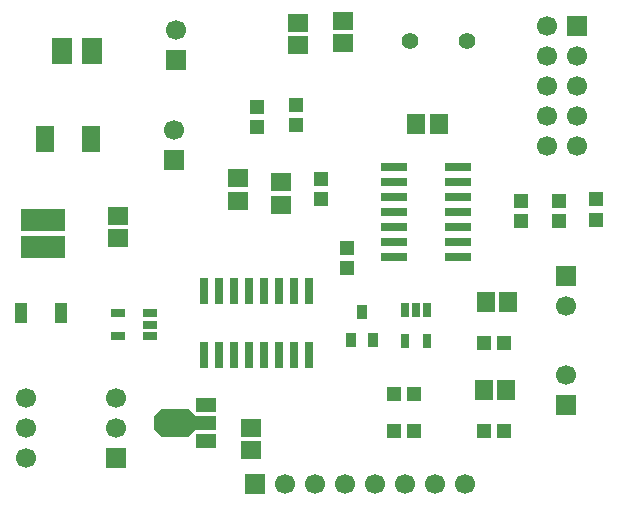
<source format=gbr>
G04 DipTrace 3.2.0.1*
G04 TopMask.gbr*
%MOIN*%
G04 #@! TF.FileFunction,Soldermask,Top*
G04 #@! TF.Part,Single*
%AMOUTLINE1*
4,1,4,
0.074803,0.037402,
0.074803,-0.037402,
-0.074803,-0.037402,
-0.074803,0.037402,
0.074803,0.037402,
0*%
%AMOUTLINE4*
4,1,4,
0.074803,-0.037402,
0.074803,0.037402,
-0.074803,0.037402,
-0.074803,-0.037402,
0.074803,-0.037402,
0*%
%AMOUTLINE7*
4,1,10,
0.104331,0.023622,
0.035095,0.023622,
0.011473,0.047244,
-0.078402,0.047244,
-0.104331,0.021316,
-0.104331,-0.021316,
-0.078402,-0.047244,
0.011473,-0.047244,
0.035095,-0.023622,
0.104331,-0.023622,
0.104331,0.023622,
0*%
%ADD45C,0.055874*%
%ADD47R,0.031496X0.086614*%
%ADD49R,0.031496X0.051181*%
%ADD51R,0.051181X0.031496*%
%ADD53R,0.033465X0.049213*%
%ADD55R,0.066929X0.047244*%
%ADD56R,0.086614X0.031496*%
%ADD58R,0.047244X0.051181*%
%ADD60R,0.051181X0.047244*%
%ADD62C,0.066929*%
%ADD64R,0.066929X0.066929*%
%ADD66R,0.062992X0.090551*%
%ADD68R,0.03937X0.070866*%
%ADD70R,0.069869X0.089869*%
%ADD72R,0.059055X0.066929*%
%ADD74R,0.066929X0.059055*%
%ADD79OUTLINE1*%
%ADD82OUTLINE4*%
%ADD85OUTLINE7*%
%FSLAX26Y26*%
G04*
G70*
G90*
G75*
G01*
G04 TopMask*
%LPD*%
D74*
X831155Y1348475D3*
Y1423278D3*
D72*
X1824801Y1729685D3*
X1899604D3*
D74*
X1374848Y1535955D3*
Y1461152D3*
X1274858Y717291D3*
Y642488D3*
X1231113Y1473462D3*
Y1548265D3*
D72*
X2124769Y842278D3*
X2049966D3*
D70*
X643675Y1973409D3*
X743675D3*
D72*
X2056026Y1135997D3*
X2130829D3*
D68*
X506189Y1098501D3*
X640047D3*
D66*
X587430Y1679690D3*
X740969D3*
D64*
X1018635Y1610948D3*
D62*
Y1710948D3*
D64*
X1287357Y529811D3*
D62*
X1387357D3*
X1487357D3*
X1587357D3*
X1687357D3*
X1787357D3*
X1887357D3*
X1987357D3*
D64*
X2362244Y2054651D3*
D62*
X2262244D3*
X2362244Y1954651D3*
X2262244D3*
X2362244Y1854651D3*
X2262244D3*
X2362244Y1754651D3*
X2262244D3*
X2362244Y1654651D3*
X2262244D3*
D64*
X2324748Y792283D3*
D62*
Y892283D3*
D64*
Y1223488D3*
D62*
Y1123488D3*
D64*
X1024885Y1942163D3*
D62*
Y2042163D3*
D74*
X1581076Y1998407D3*
Y2073210D3*
X1431092Y1992157D3*
Y2066961D3*
D79*
X581181Y1410969D3*
D82*
Y1320417D3*
D60*
X2049682Y998417D3*
X2116612D3*
D58*
X2299751Y1473462D3*
Y1406533D3*
X2424738Y1410969D3*
Y1477898D3*
X2174764Y1473462D3*
Y1406533D3*
X1424843Y1792178D3*
Y1725249D3*
X1293606Y1785929D3*
Y1719000D3*
X1593575Y1317228D3*
Y1250299D3*
D60*
X1749808Y829780D3*
X1816738D3*
X1818551Y704793D3*
X1751622D3*
D58*
X1506084Y1479711D3*
Y1546640D3*
D60*
X2118520Y704793D3*
X2051591D3*
D56*
X1749951Y1586073D3*
Y1536073D3*
Y1486073D3*
Y1436073D3*
Y1386073D3*
Y1336073D3*
Y1286073D3*
X1962550D3*
Y1336073D3*
Y1386073D3*
Y1436073D3*
Y1486073D3*
Y1536073D3*
Y1586073D3*
D55*
X1124874Y673546D3*
D85*
X1054008Y732601D3*
D55*
X1124874Y791656D3*
D53*
X1606073Y1011010D3*
X1680877D3*
X1643475Y1101562D3*
D51*
X937394Y1023509D3*
Y1060911D3*
Y1098312D3*
X831094D3*
Y1023509D3*
D49*
X1862297Y1111000D3*
X1824895D3*
X1787493D3*
Y1004701D3*
X1862297D3*
D64*
X824906Y617302D3*
D62*
Y717302D3*
Y817302D3*
X524906D3*
Y717302D3*
Y617302D3*
D47*
X1118701Y961073D3*
X1168701D3*
X1218701D3*
X1268701D3*
X1318701D3*
X1368701D3*
X1418701D3*
X1468701D3*
Y1173672D3*
X1418701D3*
X1368701D3*
X1318701D3*
X1268701D3*
X1218701D3*
X1168701D3*
X1118701D3*
D45*
X1993533Y2004656D3*
X1803533D3*
M02*

</source>
